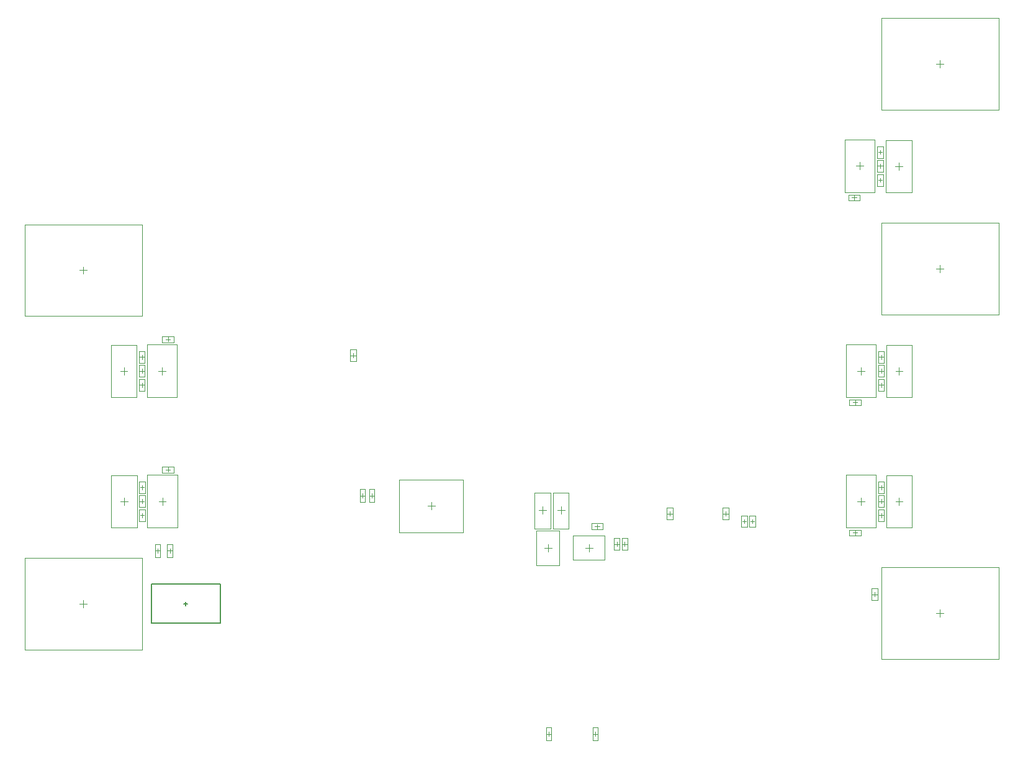
<source format=gbr>
G04 Layer_Color=32768*
%FSLAX23Y23*%
%MOIN*%
%TF.FileFunction,Other,Mechanical_15*%
%TF.Part,Single*%
G01*
G75*
%TA.AperFunction,NonConductor*%
%ADD50C,0.002*%
%ADD51C,0.004*%
%ADD52C,0.005*%
D50*
X1814Y-685D02*
Y-654D01*
X1876Y-685D02*
Y-654D01*
X1814D02*
X1876D01*
X1814Y-685D02*
X1876D01*
X1833Y-669D02*
X1857D01*
X1845Y-681D02*
Y-658D01*
X1969Y526D02*
X1991D01*
X1980Y515D02*
Y537D01*
X1964Y557D02*
X1996D01*
X1964Y494D02*
X1996D01*
Y557D01*
X1964Y494D02*
Y557D01*
X2011Y460D02*
Y740D01*
X2149Y460D02*
Y740D01*
X2011Y460D02*
X2149D01*
X2011Y740D02*
X2149D01*
X1789Y459D02*
Y743D01*
X1951Y459D02*
Y743D01*
X1789Y459D02*
X1951D01*
X1789Y743D02*
X1951D01*
X1809Y416D02*
Y447D01*
X1871Y416D02*
Y447D01*
X1809D02*
X1871D01*
X1809Y416D02*
X1871D01*
X1828Y431D02*
X1852D01*
X1840Y420D02*
Y443D01*
X1964Y569D02*
X1996D01*
X1964Y632D02*
X1996D01*
X1964Y569D02*
Y632D01*
X1996Y569D02*
Y632D01*
X1980Y589D02*
Y613D01*
X1968Y601D02*
X1992D01*
X1969Y676D02*
X1991D01*
X1980Y665D02*
Y687D01*
X1964Y644D02*
X1996D01*
X1964Y707D02*
X1996D01*
X1964Y644D02*
Y707D01*
X1996Y644D02*
Y707D01*
X-862Y-416D02*
X-838D01*
X-850Y-428D02*
Y-404D01*
X-834Y-447D02*
Y-384D01*
X-866Y-447D02*
Y-384D01*
X-834D01*
X-866Y-447D02*
X-834D01*
X-602Y-1366D02*
Y-1083D01*
X-260Y-1366D02*
Y-1083D01*
X-602D02*
X-260D01*
X-602Y-1366D02*
X-260D01*
X838Y-1266D02*
X862D01*
X850Y-1278D02*
Y-1254D01*
X866Y-1297D02*
Y-1234D01*
X834Y-1297D02*
Y-1234D01*
X866D01*
X834Y-1297D02*
X866D01*
X1138Y-1266D02*
X1162D01*
X1150Y-1278D02*
Y-1254D01*
X1134Y-1297D02*
Y-1234D01*
X1166Y-1297D02*
Y-1234D01*
X1134Y-1297D02*
X1166D01*
X1134Y-1234D02*
X1166D01*
X1938Y-1700D02*
X1962D01*
X1950Y-1712D02*
Y-1688D01*
X1966Y-1731D02*
Y-1669D01*
X1934Y-1731D02*
Y-1669D01*
X1966D01*
X1934Y-1731D02*
X1966D01*
X1283Y-1308D02*
X1304D01*
X1293Y-1319D02*
Y-1297D01*
X1278Y-1276D02*
X1309D01*
X1278Y-1339D02*
X1309D01*
Y-1276D01*
X1278Y-1339D02*
Y-1276D01*
X1239Y-1307D02*
X1261D01*
X1250Y-1318D02*
Y-1296D01*
X1234Y-1339D02*
X1266D01*
X1234Y-1276D02*
X1266D01*
X1234Y-1339D02*
Y-1276D01*
X1266Y-1339D02*
Y-1276D01*
X-1999Y-1169D02*
X-1968D01*
X-1999Y-1231D02*
X-1968D01*
Y-1169D01*
X-1999Y-1231D02*
Y-1169D01*
X-1984Y-1212D02*
Y-1188D01*
X-1996Y-1200D02*
X-1972D01*
X1969Y-1231D02*
X2000D01*
X1969Y-1169D02*
X2000D01*
X1969Y-1231D02*
Y-1169D01*
X2000Y-1231D02*
Y-1169D01*
X1985Y-1212D02*
Y-1188D01*
X1973Y-1200D02*
X1997D01*
X1969Y-531D02*
X2000D01*
X1969Y-469D02*
X2000D01*
X1969Y-531D02*
Y-469D01*
X2000Y-531D02*
Y-469D01*
X1985Y-512D02*
Y-488D01*
X1973Y-500D02*
X1997D01*
X-1814Y-1046D02*
Y-1015D01*
X-1876Y-1046D02*
Y-1015D01*
Y-1046D02*
X-1814D01*
X-1876Y-1015D02*
X-1814D01*
X-1857Y-1031D02*
X-1833D01*
X-1845Y-1042D02*
Y-1019D01*
X-1814Y-346D02*
Y-315D01*
X-1876Y-346D02*
Y-315D01*
Y-346D02*
X-1814D01*
X-1876Y-315D02*
X-1814D01*
X-1857Y-331D02*
X-1833D01*
X-1845Y-342D02*
Y-319D01*
X1814Y-1385D02*
Y-1354D01*
X1876Y-1385D02*
Y-1354D01*
X1814D02*
X1876D01*
X1814Y-1385D02*
X1876D01*
X1833Y-1369D02*
X1857D01*
X1845Y-1381D02*
Y-1358D01*
X-1795Y-1342D02*
Y-1058D01*
X-1956Y-1342D02*
Y-1058D01*
X-1795D01*
X-1956Y-1342D02*
X-1795D01*
X-1796Y-642D02*
Y-358D01*
X-1957Y-642D02*
Y-358D01*
X-1796D01*
X-1957Y-642D02*
X-1796D01*
X1796Y-1342D02*
Y-1058D01*
X1957Y-1342D02*
Y-1058D01*
X1796Y-1342D02*
X1957D01*
X1796Y-1058D02*
X1957D01*
X1796Y-642D02*
Y-358D01*
X1957Y-642D02*
Y-358D01*
X1796Y-642D02*
X1957D01*
X1796Y-358D02*
X1957D01*
X-2011Y-1340D02*
Y-1060D01*
X-2149Y-1340D02*
Y-1060D01*
X-2011D01*
X-2149Y-1340D02*
X-2011D01*
X-2012Y-640D02*
Y-360D01*
X-2150Y-640D02*
Y-360D01*
X-2012D01*
X-2150Y-640D02*
X-2012D01*
X2012Y-1340D02*
Y-1060D01*
X2150Y-1340D02*
Y-1060D01*
X2012Y-1340D02*
X2150D01*
X2012Y-1060D02*
X2150D01*
X2012Y-640D02*
Y-360D01*
X2150Y-640D02*
Y-360D01*
X2012Y-640D02*
X2150D01*
X2012Y-360D02*
X2150D01*
X-1995Y-1125D02*
X-1973D01*
X-1984Y-1136D02*
Y-1114D01*
X-1999Y-1157D02*
X-1968D01*
X-1999Y-1094D02*
X-1968D01*
X-1999Y-1157D02*
Y-1094D01*
X-1968Y-1157D02*
Y-1094D01*
X-1996Y-425D02*
X-1974D01*
X-1985Y-436D02*
Y-414D01*
X-2000Y-457D02*
X-1969D01*
X-2000Y-394D02*
X-1969D01*
X-2000Y-457D02*
Y-394D01*
X-1969Y-457D02*
Y-394D01*
X1974Y-1275D02*
X1996D01*
X1985Y-1286D02*
Y-1264D01*
X1969Y-1244D02*
X2000D01*
X1969Y-1306D02*
X2000D01*
Y-1244D01*
X1969Y-1306D02*
Y-1244D01*
X1974Y-575D02*
X1996D01*
X1985Y-586D02*
Y-564D01*
X1969Y-544D02*
X2000D01*
X1969Y-606D02*
X2000D01*
Y-544D01*
X1969Y-606D02*
Y-544D01*
X1985Y904D02*
Y1396D01*
X2615Y904D02*
Y1396D01*
X1985D02*
X2615D01*
X1985Y904D02*
X2615D01*
X-1996Y-575D02*
X-1974D01*
X-1985Y-586D02*
Y-564D01*
X-2000Y-543D02*
X-1969D01*
X-2000Y-606D02*
X-1969D01*
Y-543D01*
X-2000Y-606D02*
Y-543D01*
Y-469D02*
X-1969D01*
X-2000Y-531D02*
X-1969D01*
Y-469D01*
X-2000Y-531D02*
Y-469D01*
X-1985Y-512D02*
Y-488D01*
X-1997Y-500D02*
X-1973D01*
X-1995Y-1275D02*
X-1973D01*
X-1984Y-1286D02*
Y-1264D01*
X-1999Y-1243D02*
X-1968D01*
X-1999Y-1306D02*
X-1968D01*
Y-1243D01*
X-1999Y-1306D02*
Y-1243D01*
X1974Y-425D02*
X1996D01*
X1985Y-436D02*
Y-414D01*
X1969Y-457D02*
X2000D01*
X1969Y-394D02*
X2000D01*
X1969Y-457D02*
Y-394D01*
X2000Y-457D02*
Y-394D01*
X1974Y-1125D02*
X1996D01*
X1985Y-1136D02*
Y-1114D01*
X1969Y-1156D02*
X2000D01*
X1969Y-1094D02*
X2000D01*
X1969Y-1156D02*
Y-1094D01*
X2000Y-1156D02*
Y-1094D01*
X123Y-1346D02*
X210D01*
X123Y-1153D02*
X210D01*
X123Y-1346D02*
Y-1153D01*
X210Y-1346D02*
Y-1153D01*
X222Y-1346D02*
X308D01*
X222Y-1153D02*
X308D01*
X222Y-1346D02*
Y-1153D01*
X308Y-1346D02*
Y-1153D01*
X331Y-1515D02*
Y-1385D01*
X499Y-1515D02*
Y-1385D01*
X331D02*
X499D01*
X331Y-1515D02*
X499D01*
X132Y-1543D02*
Y-1357D01*
X258Y-1543D02*
Y-1357D01*
X132Y-1543D02*
X258D01*
X132Y-1357D02*
X258D01*
X549Y-1461D02*
Y-1399D01*
X581Y-1461D02*
Y-1399D01*
X549Y-1461D02*
X581D01*
X549Y-1399D02*
X581D01*
X565Y-1441D02*
Y-1419D01*
X554Y-1430D02*
X576D01*
X624Y-1461D02*
Y-1399D01*
X593Y-1461D02*
Y-1399D01*
X624D01*
X593Y-1461D02*
X624D01*
X608Y-1441D02*
Y-1419D01*
X598Y-1430D02*
X619D01*
X460Y-1347D02*
Y-1323D01*
X448Y-1335D02*
X472D01*
X429Y-1319D02*
X491D01*
X429Y-1351D02*
X491D01*
X429D02*
Y-1319D01*
X491Y-1351D02*
Y-1319D01*
X-1985Y-1996D02*
Y-1504D01*
X-2615Y-1996D02*
Y-1504D01*
Y-1996D02*
X-1985D01*
X-2615Y-1504D02*
X-1985D01*
Y-205D02*
Y287D01*
X-2615Y-205D02*
Y287D01*
Y-205D02*
X-1985D01*
X-2615Y287D02*
X-1985D01*
X1985Y-2046D02*
Y-1554D01*
X2615Y-2046D02*
Y-1554D01*
X1985D02*
X2615D01*
X1985Y-2046D02*
X2615D01*
X1985Y-198D02*
Y295D01*
X2615Y-198D02*
Y295D01*
X1985D02*
X2615D01*
X1985Y-198D02*
X2615D01*
D51*
X2060Y600D02*
X2100D01*
X2080Y580D02*
Y620D01*
X1850Y601D02*
X1890D01*
X1870Y581D02*
Y621D01*
X-1912Y-1465D02*
X-1888D01*
X-1900Y-1477D02*
Y-1453D01*
X-1914Y-1500D02*
Y-1430D01*
X-1886Y-1500D02*
Y-1430D01*
X-1914Y-1500D02*
X-1886D01*
X-1914Y-1430D02*
X-1886D01*
X-1847Y-1465D02*
X-1823D01*
X-1835Y-1477D02*
Y-1453D01*
X-1849Y-1500D02*
Y-1430D01*
X-1821Y-1500D02*
Y-1430D01*
X-1849Y-1500D02*
X-1821D01*
X-1849Y-1430D02*
X-1821D01*
X188Y-2450D02*
X212D01*
X200Y-2462D02*
Y-2438D01*
X186Y-2485D02*
Y-2415D01*
X214Y-2485D02*
Y-2415D01*
X186Y-2485D02*
X214D01*
X186Y-2415D02*
X214D01*
X438Y-2450D02*
X462D01*
X450Y-2462D02*
Y-2438D01*
X436Y-2485D02*
Y-2415D01*
X464Y-2485D02*
Y-2415D01*
X436Y-2485D02*
X464D01*
X436Y-2415D02*
X464D01*
X-451Y-1224D02*
X-411D01*
X-431Y-1244D02*
Y-1205D01*
X-1895Y-1200D02*
X-1856D01*
X-1875Y-1220D02*
Y-1180D01*
X-1896Y-500D02*
X-1857D01*
X-1876Y-520D02*
Y-480D01*
X1857Y-1200D02*
X1896D01*
X1876Y-1220D02*
Y-1180D01*
X1857Y-500D02*
X1896D01*
X1876Y-520D02*
Y-480D01*
X-2100Y-1200D02*
X-2061D01*
X-2080Y-1220D02*
Y-1180D01*
X-2101Y-500D02*
X-2062D01*
X-2081Y-520D02*
Y-480D01*
X2062Y-1200D02*
X2101D01*
X2081Y-1220D02*
Y-1180D01*
X2062Y-500D02*
X2101D01*
X2081Y-520D02*
Y-480D01*
X2280Y1150D02*
X2320D01*
X2300Y1130D02*
Y1170D01*
X166Y-1269D02*
Y-1229D01*
X147Y-1249D02*
X186D01*
X265Y-1269D02*
Y-1229D01*
X245Y-1249D02*
X285D01*
X395Y-1450D02*
X435D01*
X415Y-1470D02*
Y-1430D01*
X195Y-1470D02*
Y-1430D01*
X175Y-1450D02*
X215D01*
X-2320Y-1750D02*
X-2280D01*
X-2300Y-1770D02*
Y-1730D01*
X-2320Y41D02*
X-2280D01*
X-2300Y21D02*
Y60D01*
X2280Y-1800D02*
X2320D01*
X2300Y-1820D02*
Y-1780D01*
X2280Y48D02*
X2320D01*
X2300Y29D02*
Y68D01*
X-764Y-1205D02*
X-736D01*
X-764Y-1134D02*
X-736D01*
X-764Y-1205D02*
Y-1134D01*
X-736Y-1205D02*
Y-1134D01*
X-750Y-1181D02*
Y-1158D01*
X-762Y-1170D02*
X-738D01*
X-814Y-1205D02*
X-786D01*
X-814Y-1134D02*
X-786D01*
X-814Y-1205D02*
Y-1134D01*
X-786Y-1205D02*
Y-1134D01*
X-800Y-1181D02*
Y-1158D01*
X-812Y-1170D02*
X-788D01*
D52*
X-1935Y-1855D02*
X-1565D01*
X-1935D02*
Y-1645D01*
X-1565D01*
Y-1855D02*
Y-1645D01*
X-1760Y-1750D02*
X-1740D01*
X-1750Y-1760D02*
Y-1740D01*
%TF.MD5,c2c278153ebc48bcefc0bf8b2206eb0b*%
M02*

</source>
